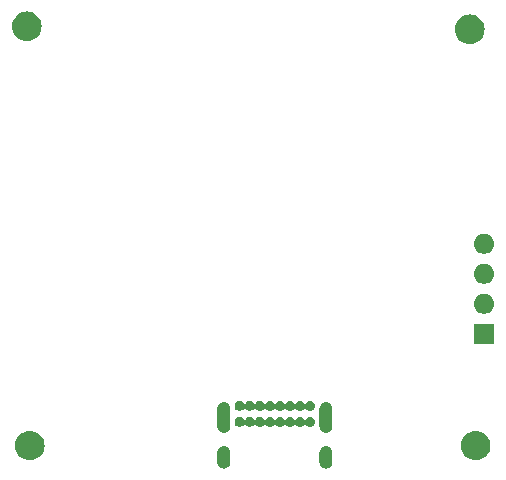
<source format=gbs>
G04 #@! TF.GenerationSoftware,KiCad,Pcbnew,8.0.5*
G04 #@! TF.CreationDate,2024-11-29T11:32:06+09:00*
G04 #@! TF.ProjectId,esp32_primary_board_v2,65737033-325f-4707-9269-6d6172795f62,rev?*
G04 #@! TF.SameCoordinates,Original*
G04 #@! TF.FileFunction,Soldermask,Bot*
G04 #@! TF.FilePolarity,Negative*
%FSLAX46Y46*%
G04 Gerber Fmt 4.6, Leading zero omitted, Abs format (unit mm)*
G04 Created by KiCad (PCBNEW 8.0.5) date 2024-11-29 11:32:06*
%MOMM*%
%LPD*%
G01*
G04 APERTURE LIST*
G04 APERTURE END LIST*
G36*
X134988002Y-138802722D02*
G01*
X134997050Y-138802722D01*
X135023115Y-138809706D01*
X135085150Y-138822045D01*
X135114433Y-138834174D01*
X135136241Y-138840018D01*
X135155794Y-138851307D01*
X135185078Y-138863437D01*
X135237679Y-138898583D01*
X135261036Y-138912069D01*
X135267428Y-138918461D01*
X135274996Y-138923518D01*
X135351481Y-139000003D01*
X135356537Y-139007570D01*
X135362931Y-139013964D01*
X135376418Y-139037324D01*
X135411562Y-139089921D01*
X135423690Y-139119202D01*
X135434982Y-139138759D01*
X135440826Y-139160570D01*
X135452954Y-139189849D01*
X135465292Y-139251880D01*
X135472278Y-139277950D01*
X135473162Y-139291444D01*
X135474342Y-139297375D01*
X135476709Y-139345574D01*
X135477000Y-139350000D01*
X135477000Y-140150000D01*
X135476709Y-140154428D01*
X135474342Y-140202624D01*
X135473162Y-140208553D01*
X135472278Y-140222050D01*
X135465291Y-140248122D01*
X135452954Y-140310150D01*
X135440827Y-140339426D01*
X135434982Y-140361241D01*
X135423689Y-140380800D01*
X135411562Y-140410078D01*
X135376422Y-140462668D01*
X135362931Y-140486036D01*
X135356535Y-140492431D01*
X135351481Y-140499996D01*
X135274996Y-140576481D01*
X135267431Y-140581535D01*
X135261036Y-140587931D01*
X135237668Y-140601422D01*
X135185078Y-140636562D01*
X135155800Y-140648689D01*
X135136241Y-140659982D01*
X135114426Y-140665827D01*
X135085150Y-140677954D01*
X135023121Y-140690292D01*
X134997050Y-140697278D01*
X134988002Y-140697278D01*
X134979078Y-140699053D01*
X134870922Y-140699053D01*
X134861998Y-140697278D01*
X134852950Y-140697278D01*
X134826880Y-140690292D01*
X134764849Y-140677954D01*
X134735570Y-140665826D01*
X134713759Y-140659982D01*
X134694202Y-140648690D01*
X134664921Y-140636562D01*
X134612324Y-140601418D01*
X134588964Y-140587931D01*
X134582570Y-140581537D01*
X134575003Y-140576481D01*
X134498518Y-140499996D01*
X134493461Y-140492428D01*
X134487069Y-140486036D01*
X134473583Y-140462679D01*
X134438437Y-140410078D01*
X134426307Y-140380794D01*
X134415018Y-140361241D01*
X134409174Y-140339433D01*
X134397045Y-140310150D01*
X134384704Y-140248108D01*
X134377722Y-140222050D01*
X134376837Y-140208561D01*
X134375657Y-140202624D01*
X134373289Y-140154421D01*
X134373000Y-140150000D01*
X134373000Y-139350000D01*
X134373289Y-139345581D01*
X134375657Y-139297375D01*
X134376838Y-139291437D01*
X134377722Y-139277950D01*
X134384703Y-139251894D01*
X134397045Y-139189849D01*
X134409175Y-139160563D01*
X134415018Y-139138759D01*
X134426305Y-139119208D01*
X134438437Y-139089921D01*
X134473588Y-139037313D01*
X134487069Y-139013964D01*
X134493459Y-139007573D01*
X134498518Y-139000003D01*
X134575003Y-138923518D01*
X134582573Y-138918459D01*
X134588964Y-138912069D01*
X134612313Y-138898588D01*
X134664921Y-138863437D01*
X134694208Y-138851305D01*
X134713759Y-138840018D01*
X134735563Y-138834175D01*
X134764849Y-138822045D01*
X134826886Y-138809705D01*
X134852950Y-138802722D01*
X134861998Y-138802722D01*
X134870922Y-138800947D01*
X134979078Y-138800947D01*
X134988002Y-138802722D01*
G37*
G36*
X143638002Y-138802722D02*
G01*
X143647050Y-138802722D01*
X143673115Y-138809706D01*
X143735150Y-138822045D01*
X143764433Y-138834174D01*
X143786241Y-138840018D01*
X143805794Y-138851307D01*
X143835078Y-138863437D01*
X143887679Y-138898583D01*
X143911036Y-138912069D01*
X143917428Y-138918461D01*
X143924996Y-138923518D01*
X144001481Y-139000003D01*
X144006537Y-139007570D01*
X144012931Y-139013964D01*
X144026418Y-139037324D01*
X144061562Y-139089921D01*
X144073690Y-139119202D01*
X144084982Y-139138759D01*
X144090826Y-139160570D01*
X144102954Y-139189849D01*
X144115292Y-139251880D01*
X144122278Y-139277950D01*
X144123162Y-139291444D01*
X144124342Y-139297375D01*
X144126709Y-139345574D01*
X144127000Y-139350000D01*
X144127000Y-140150000D01*
X144126709Y-140154428D01*
X144124342Y-140202624D01*
X144123162Y-140208553D01*
X144122278Y-140222050D01*
X144115291Y-140248122D01*
X144102954Y-140310150D01*
X144090827Y-140339426D01*
X144084982Y-140361241D01*
X144073689Y-140380800D01*
X144061562Y-140410078D01*
X144026422Y-140462668D01*
X144012931Y-140486036D01*
X144006535Y-140492431D01*
X144001481Y-140499996D01*
X143924996Y-140576481D01*
X143917431Y-140581535D01*
X143911036Y-140587931D01*
X143887668Y-140601422D01*
X143835078Y-140636562D01*
X143805800Y-140648689D01*
X143786241Y-140659982D01*
X143764426Y-140665827D01*
X143735150Y-140677954D01*
X143673121Y-140690292D01*
X143647050Y-140697278D01*
X143638002Y-140697278D01*
X143629078Y-140699053D01*
X143520922Y-140699053D01*
X143511998Y-140697278D01*
X143502950Y-140697278D01*
X143476880Y-140690292D01*
X143414849Y-140677954D01*
X143385570Y-140665826D01*
X143363759Y-140659982D01*
X143344202Y-140648690D01*
X143314921Y-140636562D01*
X143262324Y-140601418D01*
X143238964Y-140587931D01*
X143232570Y-140581537D01*
X143225003Y-140576481D01*
X143148518Y-140499996D01*
X143143461Y-140492428D01*
X143137069Y-140486036D01*
X143123583Y-140462679D01*
X143088437Y-140410078D01*
X143076307Y-140380794D01*
X143065018Y-140361241D01*
X143059174Y-140339433D01*
X143047045Y-140310150D01*
X143034704Y-140248108D01*
X143027722Y-140222050D01*
X143026837Y-140208561D01*
X143025657Y-140202624D01*
X143023289Y-140154421D01*
X143023000Y-140150000D01*
X143023000Y-139350000D01*
X143023289Y-139345581D01*
X143025657Y-139297375D01*
X143026838Y-139291437D01*
X143027722Y-139277950D01*
X143034703Y-139251894D01*
X143047045Y-139189849D01*
X143059175Y-139160563D01*
X143065018Y-139138759D01*
X143076305Y-139119208D01*
X143088437Y-139089921D01*
X143123588Y-139037313D01*
X143137069Y-139013964D01*
X143143459Y-139007573D01*
X143148518Y-139000003D01*
X143225003Y-138923518D01*
X143232573Y-138918459D01*
X143238964Y-138912069D01*
X143262313Y-138898588D01*
X143314921Y-138863437D01*
X143344208Y-138851305D01*
X143363759Y-138840018D01*
X143385563Y-138834175D01*
X143414849Y-138822045D01*
X143476886Y-138809705D01*
X143502950Y-138802722D01*
X143511998Y-138802722D01*
X143520922Y-138800947D01*
X143629078Y-138800947D01*
X143638002Y-138802722D01*
G37*
G36*
X118717060Y-137518990D02*
G01*
X118927525Y-137575384D01*
X119125000Y-137667468D01*
X119303485Y-137792444D01*
X119457556Y-137946515D01*
X119582532Y-138125000D01*
X119674616Y-138322475D01*
X119731010Y-138532940D01*
X119750000Y-138750000D01*
X119731010Y-138967060D01*
X119674616Y-139177525D01*
X119582532Y-139375000D01*
X119457556Y-139553485D01*
X119303485Y-139707556D01*
X119125000Y-139832532D01*
X118927525Y-139924616D01*
X118717060Y-139981010D01*
X118500000Y-140000000D01*
X118282940Y-139981010D01*
X118072475Y-139924616D01*
X117875000Y-139832532D01*
X117696515Y-139707556D01*
X117542444Y-139553485D01*
X117417468Y-139375000D01*
X117325384Y-139177525D01*
X117268990Y-138967060D01*
X117250000Y-138750000D01*
X117268990Y-138532940D01*
X117325384Y-138322475D01*
X117417468Y-138125000D01*
X117542444Y-137946515D01*
X117696515Y-137792444D01*
X117875000Y-137667468D01*
X118072475Y-137575384D01*
X118282940Y-137518990D01*
X118500000Y-137500000D01*
X118717060Y-137518990D01*
G37*
G36*
X156467060Y-137518990D02*
G01*
X156677525Y-137575384D01*
X156875000Y-137667468D01*
X157053485Y-137792444D01*
X157207556Y-137946515D01*
X157332532Y-138125000D01*
X157424616Y-138322475D01*
X157481010Y-138532940D01*
X157500000Y-138750000D01*
X157481010Y-138967060D01*
X157424616Y-139177525D01*
X157332532Y-139375000D01*
X157207556Y-139553485D01*
X157053485Y-139707556D01*
X156875000Y-139832532D01*
X156677525Y-139924616D01*
X156467060Y-139981010D01*
X156250000Y-140000000D01*
X156032940Y-139981010D01*
X155822475Y-139924616D01*
X155625000Y-139832532D01*
X155446515Y-139707556D01*
X155292444Y-139553485D01*
X155167468Y-139375000D01*
X155075384Y-139177525D01*
X155018990Y-138967060D01*
X155000000Y-138750000D01*
X155018990Y-138532940D01*
X155075384Y-138322475D01*
X155167468Y-138125000D01*
X155292444Y-137946515D01*
X155446515Y-137792444D01*
X155625000Y-137667468D01*
X155822475Y-137575384D01*
X156032940Y-137518990D01*
X156250000Y-137500000D01*
X156467060Y-137518990D01*
G37*
G36*
X134988002Y-135072722D02*
G01*
X134997050Y-135072722D01*
X135023115Y-135079706D01*
X135085150Y-135092045D01*
X135114433Y-135104174D01*
X135136241Y-135110018D01*
X135155794Y-135121307D01*
X135185078Y-135133437D01*
X135237679Y-135168583D01*
X135261036Y-135182069D01*
X135267428Y-135188461D01*
X135274996Y-135193518D01*
X135351481Y-135270003D01*
X135356537Y-135277570D01*
X135362931Y-135283964D01*
X135376418Y-135307324D01*
X135411562Y-135359921D01*
X135423690Y-135389202D01*
X135434982Y-135408759D01*
X135440826Y-135430570D01*
X135452954Y-135459849D01*
X135465292Y-135521880D01*
X135472278Y-135547950D01*
X135473162Y-135561444D01*
X135474342Y-135567375D01*
X135476709Y-135615574D01*
X135477000Y-135620000D01*
X135477000Y-137120000D01*
X135476709Y-137124428D01*
X135474342Y-137172624D01*
X135473162Y-137178553D01*
X135472278Y-137192050D01*
X135465291Y-137218122D01*
X135452954Y-137280150D01*
X135440827Y-137309426D01*
X135434982Y-137331241D01*
X135423689Y-137350800D01*
X135411562Y-137380078D01*
X135376422Y-137432668D01*
X135362931Y-137456036D01*
X135356535Y-137462431D01*
X135351481Y-137469996D01*
X135274996Y-137546481D01*
X135267431Y-137551535D01*
X135261036Y-137557931D01*
X135237668Y-137571422D01*
X135185078Y-137606562D01*
X135155800Y-137618689D01*
X135136241Y-137629982D01*
X135114426Y-137635827D01*
X135085150Y-137647954D01*
X135023121Y-137660292D01*
X134997050Y-137667278D01*
X134988002Y-137667278D01*
X134979078Y-137669053D01*
X134870922Y-137669053D01*
X134861998Y-137667278D01*
X134852950Y-137667278D01*
X134826880Y-137660292D01*
X134764849Y-137647954D01*
X134735570Y-137635826D01*
X134713759Y-137629982D01*
X134694202Y-137618690D01*
X134664921Y-137606562D01*
X134612324Y-137571418D01*
X134588964Y-137557931D01*
X134582570Y-137551537D01*
X134575003Y-137546481D01*
X134498518Y-137469996D01*
X134493461Y-137462428D01*
X134487069Y-137456036D01*
X134473583Y-137432679D01*
X134438437Y-137380078D01*
X134426307Y-137350794D01*
X134415018Y-137331241D01*
X134409174Y-137309433D01*
X134397045Y-137280150D01*
X134384704Y-137218108D01*
X134377722Y-137192050D01*
X134376837Y-137178561D01*
X134375657Y-137172624D01*
X134373289Y-137124421D01*
X134373000Y-137120000D01*
X134373000Y-135620000D01*
X134373289Y-135615581D01*
X134375657Y-135567375D01*
X134376838Y-135561437D01*
X134377722Y-135547950D01*
X134384703Y-135521894D01*
X134397045Y-135459849D01*
X134409175Y-135430563D01*
X134415018Y-135408759D01*
X134426305Y-135389208D01*
X134438437Y-135359921D01*
X134473588Y-135307313D01*
X134487069Y-135283964D01*
X134493459Y-135277573D01*
X134498518Y-135270003D01*
X134575003Y-135193518D01*
X134582573Y-135188459D01*
X134588964Y-135182069D01*
X134612313Y-135168588D01*
X134664921Y-135133437D01*
X134694208Y-135121305D01*
X134713759Y-135110018D01*
X134735563Y-135104175D01*
X134764849Y-135092045D01*
X134826886Y-135079705D01*
X134852950Y-135072722D01*
X134861998Y-135072722D01*
X134870922Y-135070947D01*
X134979078Y-135070947D01*
X134988002Y-135072722D01*
G37*
G36*
X143638002Y-135072722D02*
G01*
X143647050Y-135072722D01*
X143673115Y-135079706D01*
X143735150Y-135092045D01*
X143764433Y-135104174D01*
X143786241Y-135110018D01*
X143805794Y-135121307D01*
X143835078Y-135133437D01*
X143887679Y-135168583D01*
X143911036Y-135182069D01*
X143917428Y-135188461D01*
X143924996Y-135193518D01*
X144001481Y-135270003D01*
X144006537Y-135277570D01*
X144012931Y-135283964D01*
X144026418Y-135307324D01*
X144061562Y-135359921D01*
X144073690Y-135389202D01*
X144084982Y-135408759D01*
X144090826Y-135430570D01*
X144102954Y-135459849D01*
X144115292Y-135521880D01*
X144122278Y-135547950D01*
X144123162Y-135561444D01*
X144124342Y-135567375D01*
X144126709Y-135615574D01*
X144127000Y-135620000D01*
X144127000Y-137120000D01*
X144126709Y-137124428D01*
X144124342Y-137172624D01*
X144123162Y-137178553D01*
X144122278Y-137192050D01*
X144115291Y-137218122D01*
X144102954Y-137280150D01*
X144090827Y-137309426D01*
X144084982Y-137331241D01*
X144073689Y-137350800D01*
X144061562Y-137380078D01*
X144026422Y-137432668D01*
X144012931Y-137456036D01*
X144006535Y-137462431D01*
X144001481Y-137469996D01*
X143924996Y-137546481D01*
X143917431Y-137551535D01*
X143911036Y-137557931D01*
X143887668Y-137571422D01*
X143835078Y-137606562D01*
X143805800Y-137618689D01*
X143786241Y-137629982D01*
X143764426Y-137635827D01*
X143735150Y-137647954D01*
X143673121Y-137660292D01*
X143647050Y-137667278D01*
X143638002Y-137667278D01*
X143629078Y-137669053D01*
X143520922Y-137669053D01*
X143511998Y-137667278D01*
X143502950Y-137667278D01*
X143476880Y-137660292D01*
X143414849Y-137647954D01*
X143385570Y-137635826D01*
X143363759Y-137629982D01*
X143344202Y-137618690D01*
X143314921Y-137606562D01*
X143262324Y-137571418D01*
X143238964Y-137557931D01*
X143232570Y-137551537D01*
X143225003Y-137546481D01*
X143148518Y-137469996D01*
X143143461Y-137462428D01*
X143137069Y-137456036D01*
X143123583Y-137432679D01*
X143088437Y-137380078D01*
X143076307Y-137350794D01*
X143065018Y-137331241D01*
X143059174Y-137309433D01*
X143047045Y-137280150D01*
X143034704Y-137218108D01*
X143027722Y-137192050D01*
X143026837Y-137178561D01*
X143025657Y-137172624D01*
X143023289Y-137124421D01*
X143023000Y-137120000D01*
X143023000Y-135620000D01*
X143023289Y-135615581D01*
X143025657Y-135567375D01*
X143026838Y-135561437D01*
X143027722Y-135547950D01*
X143034703Y-135521894D01*
X143047045Y-135459849D01*
X143059175Y-135430563D01*
X143065018Y-135408759D01*
X143076305Y-135389208D01*
X143088437Y-135359921D01*
X143123588Y-135307313D01*
X143137069Y-135283964D01*
X143143459Y-135277573D01*
X143148518Y-135270003D01*
X143225003Y-135193518D01*
X143232573Y-135188459D01*
X143238964Y-135182069D01*
X143262313Y-135168588D01*
X143314921Y-135133437D01*
X143344208Y-135121305D01*
X143363759Y-135110018D01*
X143385563Y-135104175D01*
X143414849Y-135092045D01*
X143476886Y-135079705D01*
X143502950Y-135072722D01*
X143511998Y-135072722D01*
X143520922Y-135070947D01*
X143629078Y-135070947D01*
X143638002Y-135072722D01*
G37*
G36*
X136452382Y-136351587D02*
G01*
X136554626Y-136417295D01*
X136634215Y-136509146D01*
X136662111Y-136570231D01*
X136737889Y-136570231D01*
X136765785Y-136509146D01*
X136845374Y-136417295D01*
X136947618Y-136351587D01*
X137064232Y-136317346D01*
X137185768Y-136317346D01*
X137302382Y-136351587D01*
X137404626Y-136417295D01*
X137484215Y-136509146D01*
X137512111Y-136570231D01*
X137587889Y-136570231D01*
X137615785Y-136509146D01*
X137695374Y-136417295D01*
X137797618Y-136351587D01*
X137914232Y-136317346D01*
X138035768Y-136317346D01*
X138152382Y-136351587D01*
X138254626Y-136417295D01*
X138334215Y-136509146D01*
X138362111Y-136570231D01*
X138437889Y-136570231D01*
X138465785Y-136509146D01*
X138545374Y-136417295D01*
X138647618Y-136351587D01*
X138764232Y-136317346D01*
X138885768Y-136317346D01*
X139002382Y-136351587D01*
X139104626Y-136417295D01*
X139184215Y-136509146D01*
X139212111Y-136570231D01*
X139287889Y-136570231D01*
X139315785Y-136509146D01*
X139395374Y-136417295D01*
X139497618Y-136351587D01*
X139614232Y-136317346D01*
X139735768Y-136317346D01*
X139852382Y-136351587D01*
X139954626Y-136417295D01*
X140034215Y-136509146D01*
X140062111Y-136570231D01*
X140137889Y-136570231D01*
X140165785Y-136509146D01*
X140245374Y-136417295D01*
X140347618Y-136351587D01*
X140464232Y-136317346D01*
X140585768Y-136317346D01*
X140702382Y-136351587D01*
X140804626Y-136417295D01*
X140884215Y-136509146D01*
X140912111Y-136570231D01*
X140987889Y-136570231D01*
X141015785Y-136509146D01*
X141095374Y-136417295D01*
X141197618Y-136351587D01*
X141314232Y-136317346D01*
X141435768Y-136317346D01*
X141552382Y-136351587D01*
X141654626Y-136417295D01*
X141734215Y-136509146D01*
X141762111Y-136570231D01*
X141837889Y-136570231D01*
X141865785Y-136509146D01*
X141945374Y-136417295D01*
X142047618Y-136351587D01*
X142164232Y-136317346D01*
X142285768Y-136317346D01*
X142402382Y-136351587D01*
X142504626Y-136417295D01*
X142584215Y-136509146D01*
X142634703Y-136619700D01*
X142652000Y-136740000D01*
X142634703Y-136860300D01*
X142584215Y-136970854D01*
X142504626Y-137062705D01*
X142402382Y-137128413D01*
X142285768Y-137162654D01*
X142164232Y-137162654D01*
X142047618Y-137128413D01*
X141945374Y-137062705D01*
X141865785Y-136970854D01*
X141837888Y-136909768D01*
X141762112Y-136909768D01*
X141734215Y-136970854D01*
X141654626Y-137062705D01*
X141552382Y-137128413D01*
X141435768Y-137162654D01*
X141314232Y-137162654D01*
X141197618Y-137128413D01*
X141095374Y-137062705D01*
X141015785Y-136970854D01*
X140987888Y-136909768D01*
X140912112Y-136909768D01*
X140884215Y-136970854D01*
X140804626Y-137062705D01*
X140702382Y-137128413D01*
X140585768Y-137162654D01*
X140464232Y-137162654D01*
X140347618Y-137128413D01*
X140245374Y-137062705D01*
X140165785Y-136970854D01*
X140137888Y-136909768D01*
X140062112Y-136909768D01*
X140034215Y-136970854D01*
X139954626Y-137062705D01*
X139852382Y-137128413D01*
X139735768Y-137162654D01*
X139614232Y-137162654D01*
X139497618Y-137128413D01*
X139395374Y-137062705D01*
X139315785Y-136970854D01*
X139287888Y-136909768D01*
X139212112Y-136909768D01*
X139184215Y-136970854D01*
X139104626Y-137062705D01*
X139002382Y-137128413D01*
X138885768Y-137162654D01*
X138764232Y-137162654D01*
X138647618Y-137128413D01*
X138545374Y-137062705D01*
X138465785Y-136970854D01*
X138437888Y-136909768D01*
X138362112Y-136909768D01*
X138334215Y-136970854D01*
X138254626Y-137062705D01*
X138152382Y-137128413D01*
X138035768Y-137162654D01*
X137914232Y-137162654D01*
X137797618Y-137128413D01*
X137695374Y-137062705D01*
X137615785Y-136970854D01*
X137587888Y-136909768D01*
X137512112Y-136909768D01*
X137484215Y-136970854D01*
X137404626Y-137062705D01*
X137302382Y-137128413D01*
X137185768Y-137162654D01*
X137064232Y-137162654D01*
X136947618Y-137128413D01*
X136845374Y-137062705D01*
X136765785Y-136970854D01*
X136737888Y-136909768D01*
X136662112Y-136909768D01*
X136634215Y-136970854D01*
X136554626Y-137062705D01*
X136452382Y-137128413D01*
X136335768Y-137162654D01*
X136214232Y-137162654D01*
X136097618Y-137128413D01*
X135995374Y-137062705D01*
X135915785Y-136970854D01*
X135865297Y-136860300D01*
X135848000Y-136740000D01*
X135865297Y-136619700D01*
X135915785Y-136509146D01*
X135995374Y-136417295D01*
X136097618Y-136351587D01*
X136214232Y-136317346D01*
X136335768Y-136317346D01*
X136452382Y-136351587D01*
G37*
G36*
X136452382Y-135001587D02*
G01*
X136554626Y-135067295D01*
X136634215Y-135159146D01*
X136662111Y-135220231D01*
X136737889Y-135220231D01*
X136765785Y-135159146D01*
X136845374Y-135067295D01*
X136947618Y-135001587D01*
X137064232Y-134967346D01*
X137185768Y-134967346D01*
X137302382Y-135001587D01*
X137404626Y-135067295D01*
X137484215Y-135159146D01*
X137512111Y-135220231D01*
X137587889Y-135220231D01*
X137615785Y-135159146D01*
X137695374Y-135067295D01*
X137797618Y-135001587D01*
X137914232Y-134967346D01*
X138035768Y-134967346D01*
X138152382Y-135001587D01*
X138254626Y-135067295D01*
X138334215Y-135159146D01*
X138362111Y-135220231D01*
X138437889Y-135220231D01*
X138465785Y-135159146D01*
X138545374Y-135067295D01*
X138647618Y-135001587D01*
X138764232Y-134967346D01*
X138885768Y-134967346D01*
X139002382Y-135001587D01*
X139104626Y-135067295D01*
X139184215Y-135159146D01*
X139212111Y-135220231D01*
X139287889Y-135220231D01*
X139315785Y-135159146D01*
X139395374Y-135067295D01*
X139497618Y-135001587D01*
X139614232Y-134967346D01*
X139735768Y-134967346D01*
X139852382Y-135001587D01*
X139954626Y-135067295D01*
X140034215Y-135159146D01*
X140062111Y-135220231D01*
X140137889Y-135220231D01*
X140165785Y-135159146D01*
X140245374Y-135067295D01*
X140347618Y-135001587D01*
X140464232Y-134967346D01*
X140585768Y-134967346D01*
X140702382Y-135001587D01*
X140804626Y-135067295D01*
X140884215Y-135159146D01*
X140912111Y-135220231D01*
X140987889Y-135220231D01*
X141015785Y-135159146D01*
X141095374Y-135067295D01*
X141197618Y-135001587D01*
X141314232Y-134967346D01*
X141435768Y-134967346D01*
X141552382Y-135001587D01*
X141654626Y-135067295D01*
X141734215Y-135159146D01*
X141762111Y-135220231D01*
X141837889Y-135220231D01*
X141865785Y-135159146D01*
X141945374Y-135067295D01*
X142047618Y-135001587D01*
X142164232Y-134967346D01*
X142285768Y-134967346D01*
X142402382Y-135001587D01*
X142504626Y-135067295D01*
X142584215Y-135159146D01*
X142634703Y-135269700D01*
X142652000Y-135390000D01*
X142634703Y-135510300D01*
X142584215Y-135620854D01*
X142504626Y-135712705D01*
X142402382Y-135778413D01*
X142285768Y-135812654D01*
X142164232Y-135812654D01*
X142047618Y-135778413D01*
X141945374Y-135712705D01*
X141865785Y-135620854D01*
X141837888Y-135559768D01*
X141762112Y-135559768D01*
X141734215Y-135620854D01*
X141654626Y-135712705D01*
X141552382Y-135778413D01*
X141435768Y-135812654D01*
X141314232Y-135812654D01*
X141197618Y-135778413D01*
X141095374Y-135712705D01*
X141015785Y-135620854D01*
X140987888Y-135559768D01*
X140912112Y-135559768D01*
X140884215Y-135620854D01*
X140804626Y-135712705D01*
X140702382Y-135778413D01*
X140585768Y-135812654D01*
X140464232Y-135812654D01*
X140347618Y-135778413D01*
X140245374Y-135712705D01*
X140165785Y-135620854D01*
X140137888Y-135559768D01*
X140062112Y-135559768D01*
X140034215Y-135620854D01*
X139954626Y-135712705D01*
X139852382Y-135778413D01*
X139735768Y-135812654D01*
X139614232Y-135812654D01*
X139497618Y-135778413D01*
X139395374Y-135712705D01*
X139315785Y-135620854D01*
X139287888Y-135559768D01*
X139212112Y-135559768D01*
X139184215Y-135620854D01*
X139104626Y-135712705D01*
X139002382Y-135778413D01*
X138885768Y-135812654D01*
X138764232Y-135812654D01*
X138647618Y-135778413D01*
X138545374Y-135712705D01*
X138465785Y-135620854D01*
X138437888Y-135559768D01*
X138362112Y-135559768D01*
X138334215Y-135620854D01*
X138254626Y-135712705D01*
X138152382Y-135778413D01*
X138035768Y-135812654D01*
X137914232Y-135812654D01*
X137797618Y-135778413D01*
X137695374Y-135712705D01*
X137615785Y-135620854D01*
X137587888Y-135559768D01*
X137512112Y-135559768D01*
X137484215Y-135620854D01*
X137404626Y-135712705D01*
X137302382Y-135778413D01*
X137185768Y-135812654D01*
X137064232Y-135812654D01*
X136947618Y-135778413D01*
X136845374Y-135712705D01*
X136765785Y-135620854D01*
X136737888Y-135559768D01*
X136662112Y-135559768D01*
X136634215Y-135620854D01*
X136554626Y-135712705D01*
X136452382Y-135778413D01*
X136335768Y-135812654D01*
X136214232Y-135812654D01*
X136097618Y-135778413D01*
X135995374Y-135712705D01*
X135915785Y-135620854D01*
X135865297Y-135510300D01*
X135848000Y-135390000D01*
X135865297Y-135269700D01*
X135915785Y-135159146D01*
X135995374Y-135067295D01*
X136097618Y-135001587D01*
X136214232Y-134967346D01*
X136335768Y-134967346D01*
X136452382Y-135001587D01*
G37*
G36*
X157825000Y-130150000D02*
G01*
X156125000Y-130150000D01*
X156125000Y-128450000D01*
X157825000Y-128450000D01*
X157825000Y-130150000D01*
G37*
G36*
X157237664Y-125951602D02*
G01*
X157400000Y-126023878D01*
X157543761Y-126128327D01*
X157662664Y-126260383D01*
X157751514Y-126414274D01*
X157806425Y-126583275D01*
X157825000Y-126760000D01*
X157806425Y-126936725D01*
X157751514Y-127105726D01*
X157662664Y-127259617D01*
X157543761Y-127391673D01*
X157400000Y-127496122D01*
X157237664Y-127568398D01*
X157063849Y-127605344D01*
X156886151Y-127605344D01*
X156712336Y-127568398D01*
X156550000Y-127496122D01*
X156406239Y-127391673D01*
X156287336Y-127259617D01*
X156198486Y-127105726D01*
X156143575Y-126936725D01*
X156125000Y-126760000D01*
X156143575Y-126583275D01*
X156198486Y-126414274D01*
X156287336Y-126260383D01*
X156406239Y-126128327D01*
X156550000Y-126023878D01*
X156712336Y-125951602D01*
X156886151Y-125914656D01*
X157063849Y-125914656D01*
X157237664Y-125951602D01*
G37*
G36*
X157237664Y-123411602D02*
G01*
X157400000Y-123483878D01*
X157543761Y-123588327D01*
X157662664Y-123720383D01*
X157751514Y-123874274D01*
X157806425Y-124043275D01*
X157825000Y-124220000D01*
X157806425Y-124396725D01*
X157751514Y-124565726D01*
X157662664Y-124719617D01*
X157543761Y-124851673D01*
X157400000Y-124956122D01*
X157237664Y-125028398D01*
X157063849Y-125065344D01*
X156886151Y-125065344D01*
X156712336Y-125028398D01*
X156550000Y-124956122D01*
X156406239Y-124851673D01*
X156287336Y-124719617D01*
X156198486Y-124565726D01*
X156143575Y-124396725D01*
X156125000Y-124220000D01*
X156143575Y-124043275D01*
X156198486Y-123874274D01*
X156287336Y-123720383D01*
X156406239Y-123588327D01*
X156550000Y-123483878D01*
X156712336Y-123411602D01*
X156886151Y-123374656D01*
X157063849Y-123374656D01*
X157237664Y-123411602D01*
G37*
G36*
X157237664Y-120871602D02*
G01*
X157400000Y-120943878D01*
X157543761Y-121048327D01*
X157662664Y-121180383D01*
X157751514Y-121334274D01*
X157806425Y-121503275D01*
X157825000Y-121680000D01*
X157806425Y-121856725D01*
X157751514Y-122025726D01*
X157662664Y-122179617D01*
X157543761Y-122311673D01*
X157400000Y-122416122D01*
X157237664Y-122488398D01*
X157063849Y-122525344D01*
X156886151Y-122525344D01*
X156712336Y-122488398D01*
X156550000Y-122416122D01*
X156406239Y-122311673D01*
X156287336Y-122179617D01*
X156198486Y-122025726D01*
X156143575Y-121856725D01*
X156125000Y-121680000D01*
X156143575Y-121503275D01*
X156198486Y-121334274D01*
X156287336Y-121180383D01*
X156406239Y-121048327D01*
X156550000Y-120943878D01*
X156712336Y-120871602D01*
X156886151Y-120834656D01*
X157063849Y-120834656D01*
X157237664Y-120871602D01*
G37*
G36*
X155967060Y-102268990D02*
G01*
X156177525Y-102325384D01*
X156375000Y-102417468D01*
X156553485Y-102542444D01*
X156707556Y-102696515D01*
X156832532Y-102875000D01*
X156924616Y-103072475D01*
X156981010Y-103282940D01*
X157000000Y-103500000D01*
X156981010Y-103717060D01*
X156924616Y-103927525D01*
X156832532Y-104125000D01*
X156707556Y-104303485D01*
X156553485Y-104457556D01*
X156375000Y-104582532D01*
X156177525Y-104674616D01*
X155967060Y-104731010D01*
X155750000Y-104750000D01*
X155532940Y-104731010D01*
X155322475Y-104674616D01*
X155125000Y-104582532D01*
X154946515Y-104457556D01*
X154792444Y-104303485D01*
X154667468Y-104125000D01*
X154575384Y-103927525D01*
X154518990Y-103717060D01*
X154500000Y-103500000D01*
X154518990Y-103282940D01*
X154575384Y-103072475D01*
X154667468Y-102875000D01*
X154792444Y-102696515D01*
X154946515Y-102542444D01*
X155125000Y-102417468D01*
X155322475Y-102325384D01*
X155532940Y-102268990D01*
X155750000Y-102250000D01*
X155967060Y-102268990D01*
G37*
G36*
X118467060Y-102018990D02*
G01*
X118677525Y-102075384D01*
X118875000Y-102167468D01*
X119053485Y-102292444D01*
X119207556Y-102446515D01*
X119332532Y-102625000D01*
X119424616Y-102822475D01*
X119481010Y-103032940D01*
X119500000Y-103250000D01*
X119481010Y-103467060D01*
X119424616Y-103677525D01*
X119332532Y-103875000D01*
X119207556Y-104053485D01*
X119053485Y-104207556D01*
X118875000Y-104332532D01*
X118677525Y-104424616D01*
X118467060Y-104481010D01*
X118250000Y-104500000D01*
X118032940Y-104481010D01*
X117822475Y-104424616D01*
X117625000Y-104332532D01*
X117446515Y-104207556D01*
X117292444Y-104053485D01*
X117167468Y-103875000D01*
X117075384Y-103677525D01*
X117018990Y-103467060D01*
X117000000Y-103250000D01*
X117018990Y-103032940D01*
X117075384Y-102822475D01*
X117167468Y-102625000D01*
X117292444Y-102446515D01*
X117446515Y-102292444D01*
X117625000Y-102167468D01*
X117822475Y-102075384D01*
X118032940Y-102018990D01*
X118250000Y-102000000D01*
X118467060Y-102018990D01*
G37*
M02*

</source>
